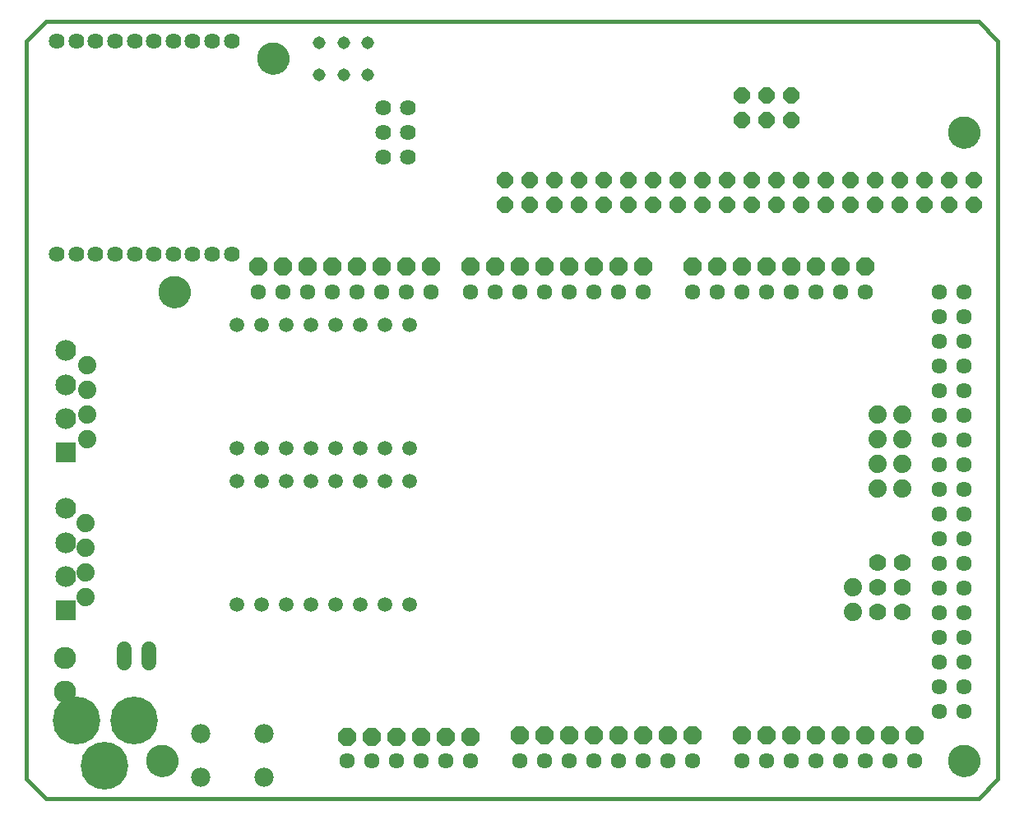
<source format=gbs>
G75*
G70*
%OFA0B0*%
%FSLAX24Y24*%
%IPPOS*%
%LPD*%
%AMOC8*
5,1,8,0,0,1.08239X$1,22.5*
%
%ADD10C,0.0160*%
%ADD11C,0.0000*%
%ADD12C,0.1300*%
%ADD13C,0.0634*%
%ADD14C,0.0740*%
%ADD15C,0.0594*%
%ADD16C,0.0640*%
%ADD17C,0.1930*%
%ADD18C,0.0600*%
%ADD19OC8,0.0640*%
%ADD20R,0.0840X0.0840*%
%ADD21C,0.0840*%
%ADD22C,0.0900*%
%ADD23C,0.0780*%
%ADD24C,0.0516*%
%ADD25OC8,0.0740*%
%ADD26C,0.0700*%
D10*
X001915Y001977D02*
X002702Y001189D01*
X040498Y001189D01*
X041285Y001977D01*
X041285Y031898D01*
X040498Y032685D01*
X002702Y032685D01*
X001915Y031898D01*
X001915Y001977D01*
D11*
X006785Y002721D02*
X006787Y002771D01*
X006793Y002821D01*
X006803Y002870D01*
X006817Y002918D01*
X006834Y002965D01*
X006855Y003010D01*
X006880Y003054D01*
X006908Y003095D01*
X006940Y003134D01*
X006974Y003171D01*
X007011Y003205D01*
X007051Y003235D01*
X007093Y003262D01*
X007137Y003286D01*
X007183Y003307D01*
X007230Y003323D01*
X007278Y003336D01*
X007328Y003345D01*
X007377Y003350D01*
X007428Y003351D01*
X007478Y003348D01*
X007527Y003341D01*
X007576Y003330D01*
X007624Y003315D01*
X007670Y003297D01*
X007715Y003275D01*
X007758Y003249D01*
X007799Y003220D01*
X007838Y003188D01*
X007874Y003153D01*
X007906Y003115D01*
X007936Y003075D01*
X007963Y003032D01*
X007986Y002988D01*
X008005Y002942D01*
X008021Y002894D01*
X008033Y002845D01*
X008041Y002796D01*
X008045Y002746D01*
X008045Y002696D01*
X008041Y002646D01*
X008033Y002597D01*
X008021Y002548D01*
X008005Y002500D01*
X007986Y002454D01*
X007963Y002410D01*
X007936Y002367D01*
X007906Y002327D01*
X007874Y002289D01*
X007838Y002254D01*
X007799Y002222D01*
X007758Y002193D01*
X007715Y002167D01*
X007670Y002145D01*
X007624Y002127D01*
X007576Y002112D01*
X007527Y002101D01*
X007478Y002094D01*
X007428Y002091D01*
X007377Y002092D01*
X007328Y002097D01*
X007278Y002106D01*
X007230Y002119D01*
X007183Y002135D01*
X007137Y002156D01*
X007093Y002180D01*
X007051Y002207D01*
X007011Y002237D01*
X006974Y002271D01*
X006940Y002308D01*
X006908Y002347D01*
X006880Y002388D01*
X006855Y002432D01*
X006834Y002477D01*
X006817Y002524D01*
X006803Y002572D01*
X006793Y002621D01*
X006787Y002671D01*
X006785Y002721D01*
X007285Y021721D02*
X007287Y021771D01*
X007293Y021821D01*
X007303Y021870D01*
X007317Y021918D01*
X007334Y021965D01*
X007355Y022010D01*
X007380Y022054D01*
X007408Y022095D01*
X007440Y022134D01*
X007474Y022171D01*
X007511Y022205D01*
X007551Y022235D01*
X007593Y022262D01*
X007637Y022286D01*
X007683Y022307D01*
X007730Y022323D01*
X007778Y022336D01*
X007828Y022345D01*
X007877Y022350D01*
X007928Y022351D01*
X007978Y022348D01*
X008027Y022341D01*
X008076Y022330D01*
X008124Y022315D01*
X008170Y022297D01*
X008215Y022275D01*
X008258Y022249D01*
X008299Y022220D01*
X008338Y022188D01*
X008374Y022153D01*
X008406Y022115D01*
X008436Y022075D01*
X008463Y022032D01*
X008486Y021988D01*
X008505Y021942D01*
X008521Y021894D01*
X008533Y021845D01*
X008541Y021796D01*
X008545Y021746D01*
X008545Y021696D01*
X008541Y021646D01*
X008533Y021597D01*
X008521Y021548D01*
X008505Y021500D01*
X008486Y021454D01*
X008463Y021410D01*
X008436Y021367D01*
X008406Y021327D01*
X008374Y021289D01*
X008338Y021254D01*
X008299Y021222D01*
X008258Y021193D01*
X008215Y021167D01*
X008170Y021145D01*
X008124Y021127D01*
X008076Y021112D01*
X008027Y021101D01*
X007978Y021094D01*
X007928Y021091D01*
X007877Y021092D01*
X007828Y021097D01*
X007778Y021106D01*
X007730Y021119D01*
X007683Y021135D01*
X007637Y021156D01*
X007593Y021180D01*
X007551Y021207D01*
X007511Y021237D01*
X007474Y021271D01*
X007440Y021308D01*
X007408Y021347D01*
X007380Y021388D01*
X007355Y021432D01*
X007334Y021477D01*
X007317Y021524D01*
X007303Y021572D01*
X007293Y021621D01*
X007287Y021671D01*
X007285Y021721D01*
X011285Y031189D02*
X011287Y031239D01*
X011293Y031289D01*
X011303Y031338D01*
X011317Y031386D01*
X011334Y031433D01*
X011355Y031478D01*
X011380Y031522D01*
X011408Y031563D01*
X011440Y031602D01*
X011474Y031639D01*
X011511Y031673D01*
X011551Y031703D01*
X011593Y031730D01*
X011637Y031754D01*
X011683Y031775D01*
X011730Y031791D01*
X011778Y031804D01*
X011828Y031813D01*
X011877Y031818D01*
X011928Y031819D01*
X011978Y031816D01*
X012027Y031809D01*
X012076Y031798D01*
X012124Y031783D01*
X012170Y031765D01*
X012215Y031743D01*
X012258Y031717D01*
X012299Y031688D01*
X012338Y031656D01*
X012374Y031621D01*
X012406Y031583D01*
X012436Y031543D01*
X012463Y031500D01*
X012486Y031456D01*
X012505Y031410D01*
X012521Y031362D01*
X012533Y031313D01*
X012541Y031264D01*
X012545Y031214D01*
X012545Y031164D01*
X012541Y031114D01*
X012533Y031065D01*
X012521Y031016D01*
X012505Y030968D01*
X012486Y030922D01*
X012463Y030878D01*
X012436Y030835D01*
X012406Y030795D01*
X012374Y030757D01*
X012338Y030722D01*
X012299Y030690D01*
X012258Y030661D01*
X012215Y030635D01*
X012170Y030613D01*
X012124Y030595D01*
X012076Y030580D01*
X012027Y030569D01*
X011978Y030562D01*
X011928Y030559D01*
X011877Y030560D01*
X011828Y030565D01*
X011778Y030574D01*
X011730Y030587D01*
X011683Y030603D01*
X011637Y030624D01*
X011593Y030648D01*
X011551Y030675D01*
X011511Y030705D01*
X011474Y030739D01*
X011440Y030776D01*
X011408Y030815D01*
X011380Y030856D01*
X011355Y030900D01*
X011334Y030945D01*
X011317Y030992D01*
X011303Y031040D01*
X011293Y031089D01*
X011287Y031139D01*
X011285Y031189D01*
X039285Y028189D02*
X039287Y028239D01*
X039293Y028289D01*
X039303Y028338D01*
X039317Y028386D01*
X039334Y028433D01*
X039355Y028478D01*
X039380Y028522D01*
X039408Y028563D01*
X039440Y028602D01*
X039474Y028639D01*
X039511Y028673D01*
X039551Y028703D01*
X039593Y028730D01*
X039637Y028754D01*
X039683Y028775D01*
X039730Y028791D01*
X039778Y028804D01*
X039828Y028813D01*
X039877Y028818D01*
X039928Y028819D01*
X039978Y028816D01*
X040027Y028809D01*
X040076Y028798D01*
X040124Y028783D01*
X040170Y028765D01*
X040215Y028743D01*
X040258Y028717D01*
X040299Y028688D01*
X040338Y028656D01*
X040374Y028621D01*
X040406Y028583D01*
X040436Y028543D01*
X040463Y028500D01*
X040486Y028456D01*
X040505Y028410D01*
X040521Y028362D01*
X040533Y028313D01*
X040541Y028264D01*
X040545Y028214D01*
X040545Y028164D01*
X040541Y028114D01*
X040533Y028065D01*
X040521Y028016D01*
X040505Y027968D01*
X040486Y027922D01*
X040463Y027878D01*
X040436Y027835D01*
X040406Y027795D01*
X040374Y027757D01*
X040338Y027722D01*
X040299Y027690D01*
X040258Y027661D01*
X040215Y027635D01*
X040170Y027613D01*
X040124Y027595D01*
X040076Y027580D01*
X040027Y027569D01*
X039978Y027562D01*
X039928Y027559D01*
X039877Y027560D01*
X039828Y027565D01*
X039778Y027574D01*
X039730Y027587D01*
X039683Y027603D01*
X039637Y027624D01*
X039593Y027648D01*
X039551Y027675D01*
X039511Y027705D01*
X039474Y027739D01*
X039440Y027776D01*
X039408Y027815D01*
X039380Y027856D01*
X039355Y027900D01*
X039334Y027945D01*
X039317Y027992D01*
X039303Y028040D01*
X039293Y028089D01*
X039287Y028139D01*
X039285Y028189D01*
X039285Y002721D02*
X039287Y002771D01*
X039293Y002821D01*
X039303Y002870D01*
X039317Y002918D01*
X039334Y002965D01*
X039355Y003010D01*
X039380Y003054D01*
X039408Y003095D01*
X039440Y003134D01*
X039474Y003171D01*
X039511Y003205D01*
X039551Y003235D01*
X039593Y003262D01*
X039637Y003286D01*
X039683Y003307D01*
X039730Y003323D01*
X039778Y003336D01*
X039828Y003345D01*
X039877Y003350D01*
X039928Y003351D01*
X039978Y003348D01*
X040027Y003341D01*
X040076Y003330D01*
X040124Y003315D01*
X040170Y003297D01*
X040215Y003275D01*
X040258Y003249D01*
X040299Y003220D01*
X040338Y003188D01*
X040374Y003153D01*
X040406Y003115D01*
X040436Y003075D01*
X040463Y003032D01*
X040486Y002988D01*
X040505Y002942D01*
X040521Y002894D01*
X040533Y002845D01*
X040541Y002796D01*
X040545Y002746D01*
X040545Y002696D01*
X040541Y002646D01*
X040533Y002597D01*
X040521Y002548D01*
X040505Y002500D01*
X040486Y002454D01*
X040463Y002410D01*
X040436Y002367D01*
X040406Y002327D01*
X040374Y002289D01*
X040338Y002254D01*
X040299Y002222D01*
X040258Y002193D01*
X040215Y002167D01*
X040170Y002145D01*
X040124Y002127D01*
X040076Y002112D01*
X040027Y002101D01*
X039978Y002094D01*
X039928Y002091D01*
X039877Y002092D01*
X039828Y002097D01*
X039778Y002106D01*
X039730Y002119D01*
X039683Y002135D01*
X039637Y002156D01*
X039593Y002180D01*
X039551Y002207D01*
X039511Y002237D01*
X039474Y002271D01*
X039440Y002308D01*
X039408Y002347D01*
X039380Y002388D01*
X039355Y002432D01*
X039334Y002477D01*
X039317Y002524D01*
X039303Y002572D01*
X039293Y002621D01*
X039287Y002671D01*
X039285Y002721D01*
D12*
X039915Y002721D03*
X039915Y028189D03*
X011915Y031189D03*
X007915Y021721D03*
X007415Y002721D03*
D13*
X014915Y002721D03*
X015915Y002721D03*
X016915Y002721D03*
X017915Y002721D03*
X018915Y002721D03*
X019915Y002721D03*
X021915Y002721D03*
X022915Y002721D03*
X023915Y002721D03*
X024915Y002721D03*
X025915Y002721D03*
X026915Y002721D03*
X027915Y002721D03*
X028915Y002721D03*
X030915Y002721D03*
X031915Y002721D03*
X032915Y002721D03*
X033915Y002721D03*
X034915Y002721D03*
X035915Y002721D03*
X036915Y002721D03*
X037915Y002721D03*
X038915Y004721D03*
X039915Y004721D03*
X039915Y005721D03*
X038915Y005721D03*
X038915Y006721D03*
X039915Y006721D03*
X039915Y007721D03*
X038915Y007721D03*
X038915Y008721D03*
X039915Y008721D03*
X039915Y009721D03*
X038915Y009721D03*
X038915Y010721D03*
X039915Y010721D03*
X039915Y011721D03*
X038915Y011721D03*
X038915Y012721D03*
X039915Y012721D03*
X039915Y013721D03*
X038915Y013721D03*
X038915Y014721D03*
X039915Y014721D03*
X039915Y015721D03*
X038915Y015721D03*
X038915Y016721D03*
X039915Y016721D03*
X039915Y017721D03*
X038915Y017721D03*
X038915Y018721D03*
X039915Y018721D03*
X039915Y019721D03*
X038915Y019721D03*
X038915Y020721D03*
X039915Y020721D03*
X039915Y021721D03*
X038915Y021721D03*
X035915Y021721D03*
X034915Y021721D03*
X033915Y021721D03*
X032915Y021721D03*
X031915Y021721D03*
X030915Y021721D03*
X029915Y021721D03*
X028915Y021721D03*
X026915Y021721D03*
X025915Y021721D03*
X024915Y021721D03*
X023915Y021721D03*
X022915Y021721D03*
X021915Y021721D03*
X020915Y021721D03*
X019915Y021721D03*
X018315Y021721D03*
X017315Y021721D03*
X016315Y021721D03*
X015315Y021721D03*
X014315Y021721D03*
X013315Y021721D03*
X012315Y021721D03*
X011315Y021721D03*
D14*
X004365Y018755D03*
X004365Y017755D03*
X004365Y016755D03*
X004365Y015755D03*
X004315Y012358D03*
X004315Y011358D03*
X004315Y010358D03*
X004315Y009358D03*
X035415Y009739D03*
X035415Y008739D03*
X036415Y013739D03*
X037415Y013739D03*
X037415Y014739D03*
X036415Y014739D03*
X036415Y015739D03*
X037415Y015739D03*
X037415Y016739D03*
X036415Y016739D03*
D15*
X017443Y015386D03*
X016443Y015386D03*
X015443Y015386D03*
X014443Y015386D03*
X013443Y015386D03*
X012443Y015386D03*
X011443Y015386D03*
X010443Y015386D03*
X010462Y014067D03*
X011462Y014067D03*
X012462Y014067D03*
X013462Y014067D03*
X014462Y014067D03*
X015462Y014067D03*
X016462Y014067D03*
X017462Y014067D03*
X017462Y009067D03*
X016462Y009067D03*
X015462Y009067D03*
X014462Y009067D03*
X013462Y009067D03*
X012462Y009067D03*
X011462Y009067D03*
X010462Y009067D03*
X010443Y020386D03*
X011443Y020386D03*
X012443Y020386D03*
X013443Y020386D03*
X014443Y020386D03*
X015443Y020386D03*
X016443Y020386D03*
X017443Y020386D03*
D16*
X010234Y023237D03*
X009446Y023237D03*
X008659Y023237D03*
X007872Y023237D03*
X007084Y023237D03*
X006297Y023237D03*
X005509Y023237D03*
X004722Y023237D03*
X003935Y023237D03*
X003147Y023237D03*
X003147Y031898D03*
X003935Y031898D03*
X004722Y031898D03*
X005509Y031898D03*
X006297Y031898D03*
X007084Y031898D03*
X007872Y031898D03*
X008659Y031898D03*
X009446Y031898D03*
X010234Y031898D03*
X016381Y029186D03*
X017381Y029186D03*
X017381Y028186D03*
X017381Y027186D03*
X016381Y027186D03*
X016381Y028186D03*
D17*
X006269Y004366D03*
X003946Y004366D03*
X005088Y002516D03*
D18*
X005886Y006699D02*
X005886Y007259D01*
X006886Y007259D02*
X006886Y006699D01*
D19*
X021302Y025247D03*
X022302Y025247D03*
X023302Y025247D03*
X024302Y025247D03*
X025302Y025247D03*
X026302Y025247D03*
X027302Y025247D03*
X028302Y025247D03*
X029302Y025247D03*
X030302Y025247D03*
X031302Y025247D03*
X032302Y025247D03*
X033302Y025247D03*
X034302Y025247D03*
X035302Y025247D03*
X036302Y025247D03*
X037302Y025247D03*
X038302Y025247D03*
X039302Y025247D03*
X040302Y025247D03*
X040302Y026247D03*
X039302Y026247D03*
X038302Y026247D03*
X037302Y026247D03*
X036302Y026247D03*
X035302Y026247D03*
X034302Y026247D03*
X033302Y026247D03*
X032302Y026247D03*
X031302Y026247D03*
X030302Y026247D03*
X029302Y026247D03*
X028302Y026247D03*
X027302Y026247D03*
X026302Y026247D03*
X025302Y026247D03*
X024302Y026247D03*
X023302Y026247D03*
X022302Y026247D03*
X021302Y026247D03*
X030915Y028689D03*
X031915Y028689D03*
X032915Y028689D03*
X032915Y029689D03*
X031915Y029689D03*
X030915Y029689D03*
D20*
X003515Y015205D03*
X003515Y008811D03*
D21*
X003515Y010189D03*
X003515Y011567D03*
X003515Y012945D03*
X003515Y016583D03*
X003515Y017961D03*
X003515Y019339D03*
D22*
X003484Y006898D03*
X003484Y005520D03*
D23*
X008985Y003829D03*
X008985Y002049D03*
X011545Y002049D03*
X011545Y003829D03*
D24*
X013781Y030509D03*
X014765Y030509D03*
X015749Y030509D03*
X015749Y031809D03*
X014765Y031809D03*
X013781Y031809D03*
D25*
X013315Y022739D03*
X012315Y022739D03*
X011315Y022739D03*
X014315Y022739D03*
X015315Y022739D03*
X016315Y022739D03*
X017315Y022739D03*
X018315Y022739D03*
X019915Y022739D03*
X020915Y022739D03*
X021915Y022739D03*
X022915Y022739D03*
X023915Y022739D03*
X024915Y022739D03*
X025915Y022739D03*
X026915Y022739D03*
X028915Y022739D03*
X029915Y022739D03*
X030915Y022739D03*
X031915Y022739D03*
X032915Y022739D03*
X033915Y022739D03*
X034915Y022739D03*
X035915Y022739D03*
X035915Y003739D03*
X036915Y003739D03*
X037915Y003739D03*
X034915Y003739D03*
X033915Y003739D03*
X032915Y003739D03*
X031915Y003739D03*
X030915Y003739D03*
X028915Y003739D03*
X027915Y003739D03*
X026915Y003739D03*
X025915Y003739D03*
X024915Y003739D03*
X023915Y003739D03*
X022915Y003739D03*
X021915Y003739D03*
X019915Y003689D03*
X018915Y003689D03*
X017915Y003689D03*
X016915Y003689D03*
X015915Y003689D03*
X014915Y003689D03*
D26*
X036415Y008739D03*
X037415Y008739D03*
X037415Y009739D03*
X036415Y009739D03*
X036415Y010739D03*
X037415Y010739D03*
M02*

</source>
